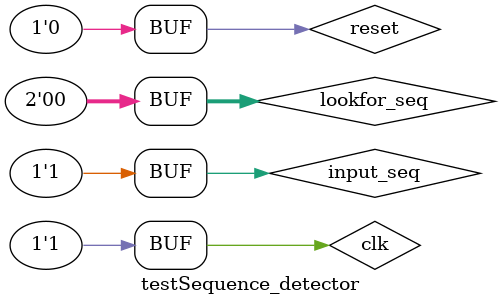
<source format=v>
module testSequence_detector (
    
);
    reg input_seq;
    reg clk;
    reg reset;
    reg [1:0] lookfor_seq;
    wire seq_detected;
    wire [15:0] dseq_count;
    wire [4:0] str;//////////////
    sequence_detector tester(.input_seq(input_seq), .clk(clk), .reset(reset), .lookfor_seq(lookfor_seq), .seq_detected(seq_detected), .dseq_count(dseq_count), .str(str));

	initial begin
        clk = 1;
        repeat(200) begin
            #5 clk = ~clk;
        end
    end
    initial
		begin
			$monitor("%d	@str = %b@ input_seq = %b, clk = %b, reset = %b, lookfor_seq = %b, seq_detected = %b, dseq_count = %b", $time, str, input_seq, clk, reset, lookfor_seq, seq_detected, dseq_count);
            
            input_seq = 0;
            lookfor_seq = 2'b00;
            reset=0;
            
            #5
            input_seq = 0;
            lookfor_seq = 2'b00;
            reset=0;

            #10
            input_seq = 0;
            lookfor_seq = 2'b00;
            reset = 0;


            #10
            input_seq = 1;
            lookfor_seq = 2'b00;
            reset = 0;


            #10
            input_seq = 0;
            lookfor_seq = 2'b00;
            reset = 0;


            #10
            input_seq = 1;
            lookfor_seq = 2'b00;
            reset = 0;

            #10
            input_seq = 1;
            lookfor_seq = 2'b00;
            reset = 0;

            #10
            input_seq = 1;
            lookfor_seq = 2'b00;
            reset = 0;

            #10
            input_seq = 0;
            lookfor_seq = 2'b00;
            reset = 0;

            #10
            input_seq = 1;
            lookfor_seq = 2'b00;
            reset = 0;

            #10
            input_seq = 0;
            lookfor_seq = 2'b00;
            reset = 0;

            #10
            input_seq = 1;
            lookfor_seq = 2'b00;
            reset = 0;

            #10
            input_seq = 1;
            lookfor_seq = 2'b00;
            reset = 0;

            #10
            input_seq = 1;
            lookfor_seq = 2'b00;
            reset = 0;

            #10
            input_seq = 0;
            lookfor_seq = 2'b00;
            reset = 0;

            #10
            input_seq = 1;
            lookfor_seq = 2'b00;
            reset = 0;

            #10
            input_seq = 1;
            lookfor_seq = 2'b00;
            reset = 0;

            #10
            input_seq = 1;
            lookfor_seq = 2'b00;
            reset = 0;
		end
endmodule

</source>
